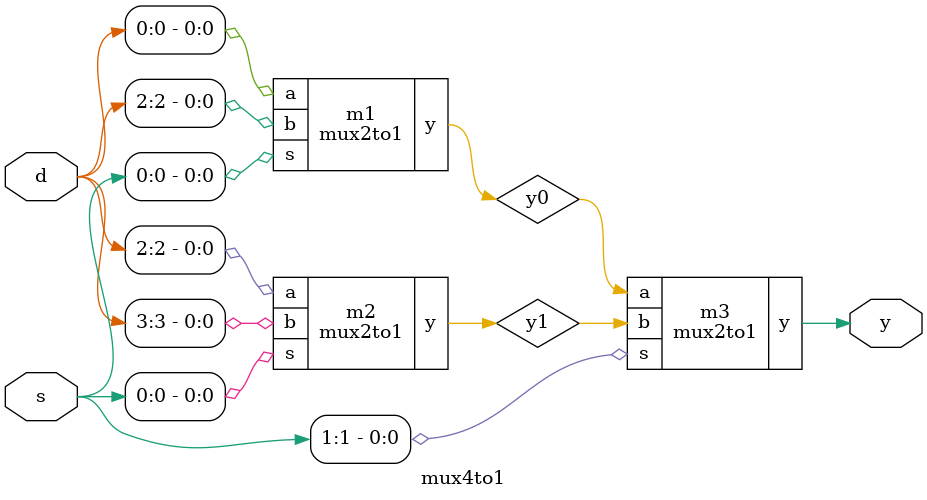
<source format=v>
module mux2to1(a,b,s,y);
input a,b,s;
  output y;
  assign y= s?b:a;
endmodule
module mux4to1(d,s,y);
input [3:0]d;
input [1:0]s;
output y;
  
wire y0, y1;

mux2to1 m1(.a(d[0]),.b(d[2]),.s(s[0]),.y(y0));

mux2to1 m2(.a(d[2]),.b(d[3]),.s(s[0]),.y(y1));
   
mux2to1 m3(.a(y0),.b(y1),.s(s[1]),.y(y));
   
endmodule

</source>
